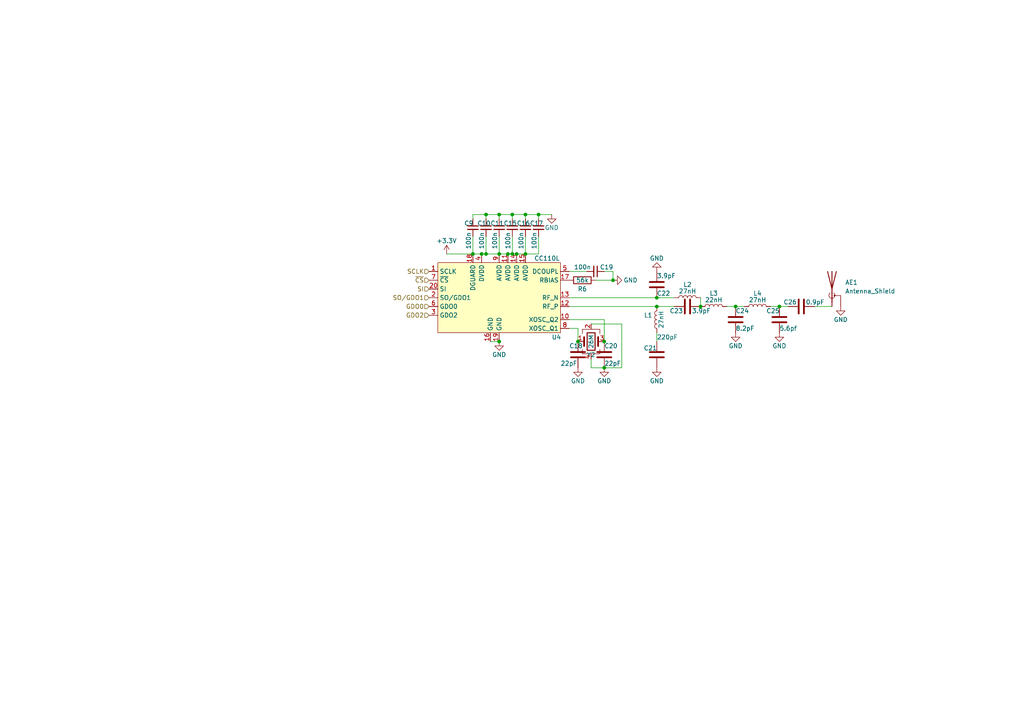
<source format=kicad_sch>
(kicad_sch (version 20211123) (generator eeschema)
  (paper "A4")
  (lib_symbols
    (symbol "Device:Antenna_Shield" (pin_numbers hide) (pin_names (offset 1.016) hide)
      (property "Reference" "AE" (at -1.905 4.445 0))
      (property "Value" "Antenna_Shield" (at -1.905 2.54 0))
      (symbol "Antenna_Shield_0_1"
        (arc (start -0.508 -1.143) (mid -0.8429 -2.1194) (end 0 -2.667))
        (arc (start 0 -2.667) (mid 0.7989 -2.1052) (end 0.508 -1.143))
        (polyline (pts (xy 0 -2.54) (xy 0 0)))
        (polyline (pts (xy 0 5.08) (xy 0 -3.81)) (stroke (width 0.254)))
        (polyline (pts (xy 0.762 -1.905) (xy 2.54 -1.905)))
        (polyline (pts (xy 2.54 -2.54) (xy 2.54 -1.905)))
        (polyline (pts (xy 1.27 5.08) (xy 0 0) (xy -1.27 5.08)) (stroke (width 0.254)))
        (circle (center 0.762 -1.905) (radius 0.1778) (fill (type outline)))
      )
      (symbol "Antenna_Shield_1_1"
        (pin input line (at 0 -5.08 90) (length 2.54) (name "A") (number "1"))
        (pin input line (at 2.54 -5.08 90) (length 2.54) (name "Shield") (number "2"))
      )
    )
    (symbol "Device:C" (pin_numbers hide) (pin_names (offset 0.254))
      (property "Reference" "C" (at 0.635 2.54 0))
      (property "Value" "C" (at 0.635 -2.54 0))
      (symbol "C_0_1"
        (polyline (pts (xy -2.032 -0.762) (xy 2.032 -0.762)) (stroke (width 0.508)))
        (polyline (pts (xy -2.032 0.762) (xy 2.032 0.762)) (stroke (width 0.508)))
      )
      (symbol "C_1_1"
        (pin passive line (at 0 3.81 270) (length 2.794) (name "~") (number "1"))
        (pin passive line (at 0 -3.81 90) (length 2.794) (name "~") (number "2"))
      )
    )
    (symbol "Device:C_Small" (pin_numbers hide) (pin_names (offset 0.254) hide)
      (property "Reference" "C" (at 0.254 1.778 0))
      (property "Value" "C_Small" (at 0.254 -2.032 0))
      (symbol "C_Small_0_1"
        (polyline (pts (xy -1.524 -0.508) (xy 1.524 -0.508)) (stroke (width 0.3302)))
        (polyline (pts (xy -1.524 0.508) (xy 1.524 0.508)) (stroke (width 0.3048)))
      )
      (symbol "C_Small_1_1"
        (pin passive line (at 0 2.54 270) (length 2.032) (name "~") (number "1"))
        (pin passive line (at 0 -2.54 90) (length 2.032) (name "~") (number "2"))
      )
    )
    (symbol "Device:Crystal_GND24" (pin_names (offset 1.016) hide)
      (property "Reference" "Y" (at 3.175 5.08 0))
      (property "Value" "Crystal_GND24" (at 3.175 3.175 0))
      (symbol "Crystal_GND24_0_1"
        (rectangle (start -1.143 2.54) (end 1.143 -2.54) (stroke (width 0.3048)))
        (polyline (pts (xy -2.54 0) (xy -2.032 0)))
        (polyline (pts (xy -2.032 -1.27) (xy -2.032 1.27)) (stroke (width 0.508)))
        (polyline (pts (xy 0 -3.81) (xy 0 -3.556)))
        (polyline (pts (xy 0 3.556) (xy 0 3.81)))
        (polyline (pts (xy 2.032 -1.27) (xy 2.032 1.27)) (stroke (width 0.508)))
        (polyline (pts (xy 2.032 0) (xy 2.54 0)))
        (polyline (pts (xy -2.54 -2.286) (xy -2.54 -3.556) (xy 2.54 -3.556) (xy 2.54 -2.286)))
        (polyline (pts (xy -2.54 2.286) (xy -2.54 3.556) (xy 2.54 3.556) (xy 2.54 2.286)))
      )
      (symbol "Crystal_GND24_1_1"
        (pin passive line (at -3.81 0 0) (length 1.27) (name "1") (number "1"))
        (pin passive line (at 0 5.08 270) (length 1.27) (name "2") (number "2"))
        (pin passive line (at 3.81 0 180) (length 1.27) (name "3") (number "3"))
        (pin passive line (at 0 -5.08 90) (length 1.27) (name "4") (number "4"))
      )
    )
    (symbol "Device:L" (pin_numbers hide) (pin_names (offset 1.016) hide)
      (property "Reference" "L" (at -1.27 0 90))
      (property "Value" "L" (at 1.905 0 90))
      (symbol "L_0_1"
        (arc (start 0 -2.54) (mid 0.635 -1.905) (end 0 -1.27))
        (arc (start 0 -1.27) (mid 0.635 -0.635) (end 0 0))
        (arc (start 0 0) (mid 0.635 0.635) (end 0 1.27))
        (arc (start 0 1.27) (mid 0.635 1.905) (end 0 2.54))
      )
      (symbol "L_1_1"
        (pin passive line (at 0 3.81 270) (length 1.27) (name "1") (number "1"))
        (pin passive line (at 0 -3.81 90) (length 1.27) (name "2") (number "2"))
      )
    )
    (symbol "Device:R" (pin_numbers hide) (pin_names (offset 0))
      (property "Reference" "R" (at 2.032 0 90))
      (property "Value" "R" (at 0 0 90))
      (symbol "R_0_1"
        (rectangle (start -1.016 -2.54) (end 1.016 2.54) (stroke (width 0.254)))
      )
      (symbol "R_1_1"
        (pin passive line (at 0 3.81 270) (length 1.27) (name "~") (number "1"))
        (pin passive line (at 0 -3.81 90) (length 1.27) (name "~") (number "2"))
      )
    )
    (symbol "power:+3.3V" (power) (pin_names (offset 0))
      (property "Value" "+3.3V" (at 0 3.556 0))
      (symbol "+3.3V_0_1"
        (polyline (pts (xy -0.762 1.27) (xy 0 2.54)))
        (polyline (pts (xy 0 0) (xy 0 2.54)))
        (polyline (pts (xy 0 2.54) (xy 0.762 1.27)))
      )
      (symbol "+3.3V_1_1"
        (pin power_in line (at 0 0 90) (length 0) hide (name "+3.3V") (number "1"))
      )
    )
    (symbol "power:GND" (power) (pin_names (offset 0))
      (property "Value" "GND" (at 0 -3.81 0))
      (symbol "GND_0_1"
        (polyline (pts (xy 0 0) (xy 0 -1.27) (xy 1.27 -1.27) (xy 0 -2.54) (xy -1.27 -1.27) (xy 0 -1.27)))
      )
      (symbol "GND_1_1"
        (pin power_in line (at 0 0 270) (length 0) hide (name "GND") (number "1"))
      )
    )
    (symbol "ti_cc110L:CC110L"
      (property "Reference" "U" (at 0 0 0))
      (property "Value" "CC110L" (at 0 0 0))
      (symbol "CC110L_0_0"
        (pin bidirectional line (at 20.32 -6.35 180) (length 2.54) (name "XOSC_Q2") (number "10"))
        (pin power_in line (at 2.54 12.7 270) (length 2.54) (name "AVDD") (number "11"))
        (pin input line (at 20.32 -2.54 180) (length 2.54) (name "RF_P") (number "12"))
        (pin input line (at 20.32 0 180) (length 2.54) (name "RF_N") (number "13"))
        (pin power_in line (at 5.08 12.7 270) (length 2.54) (name "AVDD") (number "14"))
        (pin power_in line (at 7.62 12.7 270) (length 2.54) (name "AVDD") (number "15"))
        (pin power_in line (at -2.54 -12.7 90) (length 2.54) (name "GND") (number "16"))
        (pin bidirectional line (at 20.32 5.08 180) (length 2.54) (name "RBIAS") (number "17"))
        (pin power_in line (at -7.62 12.7 270) (length 2.54) (name "DGUARD") (number "18"))
        (pin power_in line (at 0 -12.7 90) (length 2.54) (name "GND") (number "19"))
        (pin input line (at -20.32 2.54 0) (length 2.54) (name "SI") (number "20"))
        (pin bidirectional line (at 20.32 -8.89 180) (length 2.54) (name "XOSC_Q1") (number "8"))
        (pin power_in line (at 0 12.7 270) (length 2.54) (name "AVDD") (number "9"))
      )
      (symbol "CC110L_0_1"
        (rectangle (start -17.78 10.16) (end 17.78 -10.16) (fill (type background)))
      )
      (symbol "CC110L_1_1"
        (pin input line (at -20.32 7.62 0) (length 2.54) (name "SCLK") (number "1"))
        (pin tri_state line (at -20.32 0 0) (length 2.54) (name "SO/GDO1") (number "2"))
        (pin input line (at 0 -12.7 90) (length 2.54) hide (name "PAD") (number "21"))
        (pin bidirectional line (at -20.32 -5.08 0) (length 2.54) (name "GDO2") (number "3"))
        (pin power_in line (at -5.08 12.7 270) (length 2.54) (name "DVDD") (number "4"))
        (pin bidirectional line (at 20.32 7.62 180) (length 2.54) (name "DCOUPL") (number "5"))
        (pin bidirectional line (at -20.32 -2.54 0) (length 2.54) (name "GDO0") (number "6"))
        (pin input line (at -20.32 5.08 0) (length 2.54) (name "~{CS}") (number "7"))
      )
    )
  )
  (junction (at 156.21 62.23))
  (junction (at 203.2 88.9))
  (junction (at 152.4 73.66))
  (junction (at 175.26 99.06))
  (junction (at 148.59 73.66))
  (junction (at 144.78 99.06))
  (junction (at 148.59 62.23))
  (junction (at 140.97 73.66))
  (junction (at 144.78 62.23))
  (junction (at 177.8 81.28))
  (junction (at 137.16 73.66))
  (junction (at 167.64 99.06))
  (junction (at 139.7 73.66))
  (junction (at 147.32 73.66))
  (junction (at 149.86 73.66))
  (junction (at 226.06 88.9))
  (junction (at 213.36 88.9))
  (junction (at 152.4 62.23))
  (junction (at 140.97 62.23))
  (junction (at 190.5 86.36))
  (junction (at 190.5 88.9))
  (junction (at 175.26 106.68))
  (junction (at 144.78 73.66))
  (wire (pts (xy 156.21 68.58) (xy 156.21 73.66)))
  (wire (pts (xy 148.59 63.5) (xy 148.59 62.23)))
  (wire (pts (xy 129.54 73.66) (xy 137.16 73.66)))
  (wire (pts (xy 171.45 93.98) (xy 180.34 93.98)))
  (wire (pts (xy 180.34 93.98) (xy 180.34 106.68)))
  (wire (pts (xy 142.24 99.06) (xy 144.78 99.06)))
  (wire (pts (xy 140.97 73.66) (xy 139.7 73.66)))
  (wire (pts (xy 140.97 73.66) (xy 144.78 73.66)))
  (wire (pts (xy 152.4 62.23) (xy 156.21 62.23)))
  (wire (pts (xy 137.16 63.5) (xy 137.16 62.23)))
  (wire (pts (xy 203.2 88.9) (xy 203.2 86.36)))
  (wire (pts (xy 165.1 92.71) (xy 175.26 92.71)))
  (wire (pts (xy 152.4 73.66) (xy 149.86 73.66)))
  (wire (pts (xy 156.21 62.23) (xy 160.02 62.23)))
  (wire (pts (xy 190.5 96.52) (xy 190.5 99.06)))
  (wire (pts (xy 140.97 63.5) (xy 140.97 62.23)))
  (wire (pts (xy 165.1 88.9) (xy 190.5 88.9)))
  (wire (pts (xy 144.78 63.5) (xy 144.78 62.23)))
  (wire (pts (xy 144.78 68.58) (xy 144.78 73.66)))
  (wire (pts (xy 175.26 78.74) (xy 177.8 78.74)))
  (wire (pts (xy 177.8 81.28) (xy 172.72 81.28)))
  (wire (pts (xy 177.8 78.74) (xy 177.8 81.28)))
  (wire (pts (xy 140.97 62.23) (xy 144.78 62.23)))
  (wire (pts (xy 171.45 104.14) (xy 171.45 106.68)))
  (wire (pts (xy 190.5 86.36) (xy 195.58 86.36)))
  (wire (pts (xy 148.59 73.66) (xy 149.86 73.66)))
  (wire (pts (xy 236.22 88.9) (xy 241.3 88.9)))
  (wire (pts (xy 165.1 78.74) (xy 170.18 78.74)))
  (wire (pts (xy 144.78 62.23) (xy 148.59 62.23)))
  (wire (pts (xy 152.4 63.5) (xy 152.4 62.23)))
  (wire (pts (xy 175.26 106.68) (xy 180.34 106.68)))
  (wire (pts (xy 148.59 68.58) (xy 148.59 73.66)))
  (wire (pts (xy 167.64 95.25) (xy 165.1 95.25)))
  (wire (pts (xy 213.36 88.9) (xy 215.9 88.9)))
  (wire (pts (xy 148.59 62.23) (xy 152.4 62.23)))
  (wire (pts (xy 137.16 62.23) (xy 140.97 62.23)))
  (wire (pts (xy 175.26 92.71) (xy 175.26 99.06)))
  (wire (pts (xy 226.06 88.9) (xy 228.6 88.9)))
  (wire (pts (xy 190.5 88.9) (xy 195.58 88.9)))
  (wire (pts (xy 210.82 88.9) (xy 213.36 88.9)))
  (wire (pts (xy 152.4 68.58) (xy 152.4 73.66)))
  (wire (pts (xy 147.32 73.66) (xy 144.78 73.66)))
  (wire (pts (xy 137.16 68.58) (xy 137.16 73.66)))
  (wire (pts (xy 171.45 106.68) (xy 175.26 106.68)))
  (wire (pts (xy 223.52 88.9) (xy 226.06 88.9)))
  (wire (pts (xy 165.1 86.36) (xy 190.5 86.36)))
  (wire (pts (xy 156.21 73.66) (xy 152.4 73.66)))
  (wire (pts (xy 148.59 73.66) (xy 147.32 73.66)))
  (wire (pts (xy 140.97 68.58) (xy 140.97 73.66)))
  (wire (pts (xy 156.21 63.5) (xy 156.21 62.23)))
  (wire (pts (xy 167.64 99.06) (xy 167.64 95.25)))
  (wire (pts (xy 139.7 73.66) (xy 137.16 73.66)))
  (hierarchical_label "GDO0" (shape input) (at 124.46 88.9 180))
  (hierarchical_label "SO{slash}GDO1" (shape input) (at 124.46 86.36 180))
  (hierarchical_label "SI" (shape input) (at 124.46 83.82 180))
  (hierarchical_label "~{CS}" (shape input) (at 124.46 81.28 180))
  (hierarchical_label "SCLK" (shape input) (at 124.46 78.74 180))
  (hierarchical_label "GDO2" (shape input) (at 124.46 91.44 180))
  (symbol (lib_id "power:GND") (at 213.36 96.52 0) (unit 1)
    (property "Reference" "#PWR030" (effects hide))
    (property "Value" "GND" (at 213.36 100.33 0))
  )
  (symbol (lib_id "Device:L") (at 219.71 88.9 270) (mirror x) (unit 1)
    (property "Reference" "L4" (at 219.71 85.09 90))
    (property "Value" "27nH" (at 219.71 86.995 90))
    (property "Footprint" "Inductor_SMD:L_0603_1608Metric_Pad1.05x0.95mm_HandSolder" (effects hide))
  )
  (symbol (lib_id "power:+3.3V") (at 129.54 73.66 0) (unit 1)
    (property "Reference" "#PWR015" (effects hide))
    (property "Value" "+3.3V" (at 129.54 69.85 0))
  )
  (symbol (lib_id "power:GND") (at 175.26 106.68 0) (unit 1)
    (property "Reference" "#PWR026" (effects hide))
    (property "Value" "GND" (at 175.26 110.49 0))
  )
  (symbol (lib_id "Device:C_Small") (at 152.4 66.04 0) (unit 1)
    (property "Reference" "C16" (at 149.86 64.77 0) (effects (justify left)))
    (property "Value" "100n" (at 151.13 67.31 90) (effects (justify right)))
    (property "Footprint" "Capacitor_SMD:C_0603_1608Metric_Pad1.08x0.95mm_HandSolder" (effects hide))
  )
  (symbol (lib_id "Device:L") (at 207.01 88.9 270) (mirror x) (unit 1)
    (property "Reference" "L3" (at 207.01 85.09 90))
    (property "Value" "22nH" (at 207.01 86.995 90))
    (property "Footprint" "Inductor_SMD:L_0603_1608Metric_Pad1.05x0.95mm_HandSolder" (effects hide))
  )
  (symbol (lib_id "Device:C") (at 232.41 88.9 90) (unit 1)
    (property "Reference" "C26" (at 231.14 87.63 90) (effects (justify left)))
    (property "Value" "0.9pF" (at 233.68 87.63 90) (effects (justify right)))
    (property "Footprint" "Capacitor_SMD:C_0603_1608Metric_Pad1.08x0.95mm_HandSolder" (effects hide))
  )
  (symbol (lib_id "power:GND") (at 243.84 88.9 0) (unit 1)
    (property "Reference" "#PWR032" (effects hide))
    (property "Value" "GND" (at 243.84 92.71 0))
  )
  (symbol (lib_id "Device:Crystal_GND24") (at 171.45 99.06 0) (unit 1)
    (property "Reference" "Y2" (at 171.45 102.87 0))
    (property "Value" "26M" (at 171.45 99.06 90))
    (property "Footprint" "Crystal:Crystal_SMD_Abracon_ABM10-4Pin_2.5x2.0mm" (effects hide))
    (property "Ref" "ABM12-115-26.000MHZ-T3" (effects hide))
  )
  (symbol (lib_id "Device:C_Small") (at 148.59 66.04 0) (unit 1)
    (property "Reference" "C15" (at 146.05 64.77 0) (effects (justify left)))
    (property "Value" "100n" (at 147.32 67.31 90) (effects (justify right)))
    (property "Footprint" "Capacitor_SMD:C_0603_1608Metric_Pad1.08x0.95mm_HandSolder" (effects hide))
  )
  (symbol (lib_id "power:GND") (at 160.02 62.23 0) (unit 1)
    (property "Reference" "#PWR024" (effects hide))
    (property "Value" "GND" (at 160.02 66.04 0))
  )
  (symbol (lib_id "power:GND") (at 177.8 81.28 90) (unit 1)
    (property "Reference" "#PWR027" (effects hide))
    (property "Value" "GND" (at 182.88 81.28 90))
  )
  (symbol (lib_id "Device:C_Small") (at 137.16 66.04 0) (unit 1)
    (property "Reference" "C9" (at 134.62 64.77 0) (effects (justify left)))
    (property "Value" "100n" (at 135.89 67.31 90) (effects (justify right)))
    (property "Footprint" "Capacitor_SMD:C_0603_1608Metric_Pad1.08x0.95mm_HandSolder" (effects hide))
  )
  (symbol (lib_id "Device:L") (at 190.5 92.71 0) (mirror y) (unit 1)
    (property "Reference" "L1" (at 189.23 91.4399 0) (effects (justify left)))
    (property "Value" "27nH" (at 191.77 92.71 90))
    (property "Footprint" "Inductor_SMD:L_0603_1608Metric_Pad1.05x0.95mm_HandSolder" (effects hide))
  )
  (symbol (lib_id "ti_cc110L:CC110L") (at 144.78 86.36 0) (unit 1)
    (property "Reference" "U4" (at 160.02 97.79 0) (effects (justify left)))
    (property "Value" "CC110L" (at 154.94 74.93 0) (effects (justify left)))
    (property "Footprint" "Package_DFN_QFN:Texas_S-PVQFN-N20_EP2.4x2.4mm_ThermalVias" (effects hide))
  )
  (symbol (lib_id "Device:C") (at 226.06 92.71 0) (unit 1)
    (property "Reference" "C25" (at 222.25 90.17 0) (effects (justify left)))
    (property "Value" "5.6pf" (at 226.06 95.25 0) (effects (justify left)))
    (property "Footprint" "Capacitor_SMD:C_0603_1608Metric_Pad1.08x0.95mm_HandSolder" (effects hide))
  )
  (symbol (lib_id "Device:C_Small") (at 172.72 78.74 270) (unit 1)
    (property "Reference" "C19" (at 173.99 77.47 90) (effects (justify left)))
    (property "Value" "100n" (at 171.45 77.47 90) (effects (justify right)))
    (property "Footprint" "Capacitor_SMD:C_0603_1608Metric_Pad1.08x0.95mm_HandSolder" (effects hide))
  )
  (symbol (lib_id "Device:C") (at 213.36 92.71 0) (unit 1)
    (property "Reference" "C24" (at 213.36 90.17 0) (effects (justify left)))
    (property "Value" "8.2pF" (at 213.36 95.25 0) (effects (justify left)))
    (property "Footprint" "Capacitor_SMD:C_0603_1608Metric_Pad1.08x0.95mm_HandSolder" (effects hide))
  )
  (symbol (lib_id "Device:R") (at 168.91 81.28 90) (unit 1)
    (property "Reference" "R6" (at 168.91 83.82 90))
    (property "Value" "56k" (at 168.91 81.28 90))
    (property "Footprint" "Resistor_SMD:R_0805_2012Metric_Pad1.20x1.40mm_HandSolder" (effects hide))
  )
  (symbol (lib_id "power:GND") (at 190.5 78.74 0) (mirror x) (unit 1)
    (property "Reference" "#PWR029" (effects hide))
    (property "Value" "GND" (at 190.5 74.93 0))
  )
  (symbol (lib_id "Device:C_Small") (at 156.21 66.04 0) (unit 1)
    (property "Reference" "C17" (at 153.67 64.77 0) (effects (justify left)))
    (property "Value" "100n" (at 154.94 67.31 90) (effects (justify right)))
    (property "Footprint" "Capacitor_SMD:C_0603_1608Metric_Pad1.08x0.95mm_HandSolder" (effects hide))
  )
  (symbol (lib_id "Device:C") (at 199.39 88.9 90) (mirror x) (unit 1)
    (property "Reference" "C23" (at 198.12 90.17 90) (effects (justify left)))
    (property "Value" "3.9pF" (at 200.66 90.17 90) (effects (justify right)))
    (property "Footprint" "Capacitor_SMD:C_0603_1608Metric_Pad1.08x0.95mm_HandSolder" (effects hide))
  )
  (symbol (lib_id "power:GND") (at 167.64 106.68 0) (unit 1)
    (property "Reference" "#PWR025" (effects hide))
    (property "Value" "GND" (at 167.64 110.49 0))
  )
  (symbol (lib_id "Device:Antenna_Shield") (at 241.3 83.82 0) (unit 1)
    (property "Reference" "AE1" (at 245.11 81.9149 0) (effects (justify left)))
    (property "Value" "Antenna_Shield" (at 245.11 84.4549 0) (effects (justify left)))
    (property "Footprint" "Connector_Coaxial:SMA_Amphenol_132134_Vertical" (effects hide))
  )
  (symbol (lib_id "Device:C") (at 190.5 82.55 0) (mirror x) (unit 1)
    (property "Reference" "C22" (at 190.5 85.09 0) (effects (justify left)))
    (property "Value" "3.9pF" (at 190.5 80.01 0) (effects (justify left)))
    (property "Footprint" "Capacitor_SMD:C_0603_1608Metric_Pad1.08x0.95mm_HandSolder" (effects hide))
  )
  (symbol (lib_id "power:GND") (at 190.5 106.68 0) (mirror y) (unit 1)
    (property "Reference" "#PWR028" (effects hide))
    (property "Value" "GND" (at 190.5 110.49 0))
  )
  (symbol (lib_id "Device:C") (at 175.26 102.87 0) (unit 1)
    (property "Reference" "C20" (at 175.26 100.33 0) (effects (justify left)))
    (property "Value" "22pF" (at 175.26 105.41 0) (effects (justify left)))
    (property "Footprint" "Capacitor_SMD:C_0603_1608Metric_Pad1.08x0.95mm_HandSolder" (effects hide))
  )
  (symbol (lib_id "Device:C_Small") (at 144.78 66.04 0) (unit 1)
    (property "Reference" "C11" (at 142.24 64.77 0) (effects (justify left)))
    (property "Value" "100n" (at 143.51 67.31 90) (effects (justify right)))
    (property "Footprint" "Capacitor_SMD:C_0603_1608Metric_Pad1.08x0.95mm_HandSolder" (effects hide))
  )
  (symbol (lib_id "Device:C_Small") (at 140.97 66.04 0) (unit 1)
    (property "Reference" "C10" (at 138.43 64.77 0) (effects (justify left)))
    (property "Value" "100n" (at 139.7 67.31 90) (effects (justify right)))
    (property "Footprint" "Capacitor_SMD:C_0603_1608Metric_Pad1.08x0.95mm_HandSolder" (effects hide))
  )
  (symbol (lib_id "Device:C") (at 190.5 102.87 0) (mirror x) (unit 1)
    (property "Reference" "C21" (at 186.69 100.965 0) (effects (justify left)))
    (property "Value" "220pF" (at 190.5 97.79 0) (effects (justify left)))
    (property "Footprint" "Capacitor_SMD:C_0603_1608Metric_Pad1.08x0.95mm_HandSolder" (effects hide))
  )
  (symbol (lib_id "Device:C") (at 167.64 102.87 0) (unit 1)
    (property "Reference" "C18" (at 165.1 100.33 0) (effects (justify left)))
    (property "Value" "22pF" (at 162.56 105.41 0) (effects (justify left)))
    (property "Footprint" "Capacitor_SMD:C_0603_1608Metric_Pad1.08x0.95mm_HandSolder" (effects hide))
  )
  (symbol (lib_id "power:GND") (at 144.78 99.06 0) (unit 1)
    (property "Reference" "#PWR023" (effects hide))
    (property "Value" "GND" (at 144.78 102.87 0))
  )
  (symbol (lib_id "power:GND") (at 226.06 96.52 0) (unit 1)
    (property "Reference" "#PWR031" (effects hide))
    (property "Value" "GND" (at 226.06 100.33 0))
  )
  (symbol (lib_id "Device:L") (at 199.39 86.36 270) (mirror x) (unit 1)
    (property "Reference" "L2" (at 199.39 82.55 90))
    (property "Value" "27nH" (at 199.39 84.455 90))
    (property "Footprint" "Inductor_SMD:L_0603_1608Metric_Pad1.05x0.95mm_HandSolder" (effects hide))
  )
)
</source>
